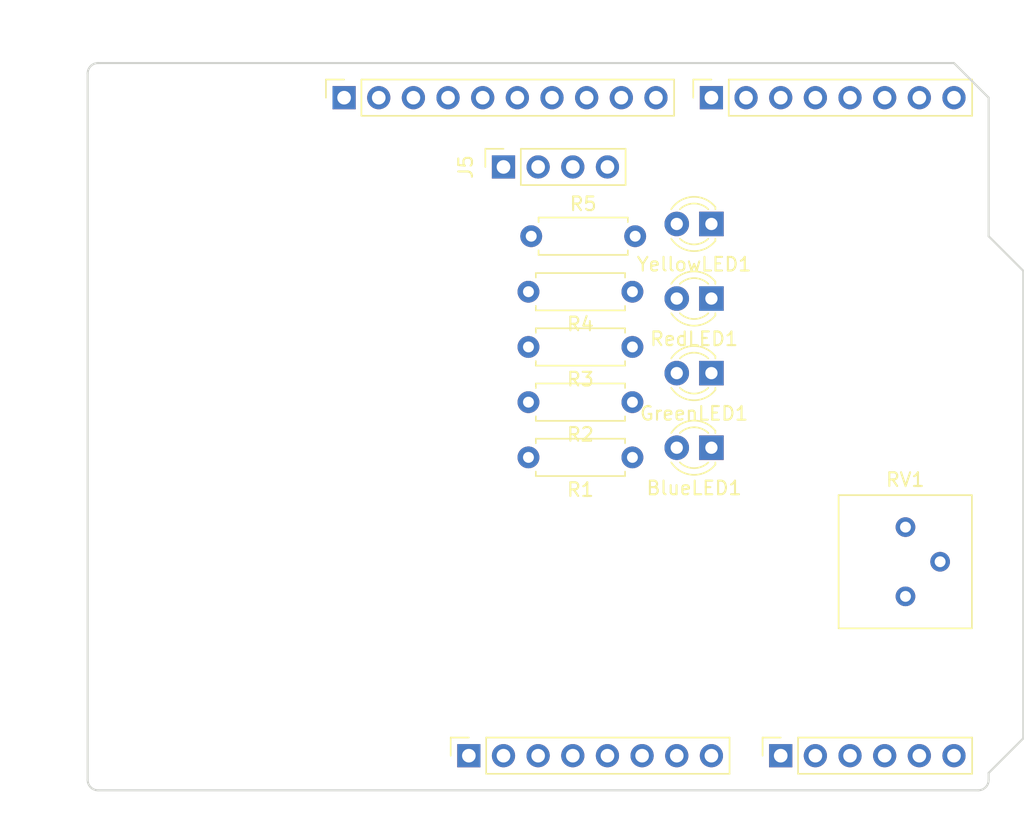
<source format=kicad_pcb>
(kicad_pcb (version 20240108) (generator "pcbnew") (generator_version "8.0")
  (title_block (date "mar. 31 mars 2015"))
  (layers (0 "F.Cu" signal) (31 "B.Cu" signal) (34 "B.Paste" user) (35 "F.Paste" user) (36 "B.SilkS" user "B.Silkscreen") (37 "F.SilkS" user "F.Silkscreen") (38 "B.Mask" user) (39 "F.Mask" user) (44 "Edge.Cuts" user))
  (net 0 "")
  (net 1 "GND")
  (net 3 "+5V")
  (net 4 "/IOREF")
  (net 5 "/A0")
  (net 6 "/A1")
  (net 7 "/A2")
  (net 8 "/A3")
  (net 9 "/SDA{slash}A4")
  (net 10 "/SCL{slash}A5")
  (net 11 "/13")
  (net 12 "/12")
  (net 13 "/AREF")
  (net 14 "/8")
  (net 15 "/7")
  (net 16 "/*11")
  (net 17 "/*10")
  (net 18 "/*9")
  (net 19 "/4")
  (net 20 "/2")
  (net 21 "/*6")
  (net 22 "/*5")
  (net 23 "/TX{slash}1")
  (net 24 "/*3")
  (net 25 "/RX{slash}0")
  (net 26 "+3V3")
  (net 27 "VCC")
  (net 28 "/~{RESET}")
  (net 29 "Net-(BlueLED1-A)")
  (net 30 "Net-(GreenLED1-A)")
  (net 31 "Net-(YellowLED1-A)")
  (net 32 "Net-(RedLED1-A)")
  (net 34 "/POT")
  (footprint "Connector_PinSocket_2.54mm:PinSocket_1x08_P2.54mm_Vertical" (layer "F.Cu") (at 127.94 97.46 90)
    (property "Reference" "J1" (hide yes))
    (property "Value" "Power")
    (fp_line (start 1.33 -1.33) (end 1.33 0) (stroke (width 0.12)) (layer "F.SilkS"))
    (fp_line (start 0 -1.33) (end 1.33 -1.33) (stroke (width 0.12)) (layer "F.SilkS"))
    (fp_line (start 1.33 1.27) (end 1.33 19.11) (stroke (width 0.12)) (layer "F.SilkS"))
    (fp_line (start -1.33 1.27) (end 1.33 1.27) (stroke (width 0.12)) (layer "F.SilkS"))
    (fp_line (start -1.33 1.27) (end -1.33 19.11) (stroke (width 0.12)) (layer "F.SilkS"))
    (fp_line (start -1.33 19.11) (end 1.33 19.11) (stroke (width 0.12)) (layer "F.SilkS"))
    (pad "1" thru_hole rect (at 0 0 90) (size 1.7 1.7) (drill 1) (layers "*.Cu" "*.Mask"))
    (pad "2" thru_hole oval (at 0 2.54 90) (size 1.7 1.7) (drill 1) (layers "*.Cu" "*.Mask") (net 4 "/IOREF"))
    (pad "3" thru_hole oval (at 0 5.08 90) (size 1.7 1.7) (drill 1) (layers "*.Cu" "*.Mask") (net 28 "/~{RESET}"))
    (pad "4" thru_hole oval (at 0 7.62 90) (size 1.7 1.7) (drill 1) (layers "*.Cu" "*.Mask") (net 26 "+3V3"))
    (pad "5" thru_hole oval (at 0 10.16 90) (size 1.7 1.7) (drill 1) (layers "*.Cu" "*.Mask") (net 3 "+5V"))
    (pad "6" thru_hole oval (at 0 12.7 90) (size 1.7 1.7) (drill 1) (layers "*.Cu" "*.Mask") (net 1 "GND"))
    (pad "7" thru_hole oval (at 0 15.24 90) (size 1.7 1.7) (drill 1) (layers "*.Cu" "*.Mask") (net 1 "GND"))
    (pad "8" thru_hole oval (at 0 17.78 90) (size 1.7 1.7) (drill 1) (layers "*.Cu" "*.Mask") (net 27 "VCC"))
  )
  (footprint "Connector_PinSocket_2.54mm:PinSocket_1x06_P2.54mm_Vertical" (layer "F.Cu") (at 150.8 97.46 90)
    (property "Reference" "J3" (hide yes))
    (property "Value" "Analog")
    (fp_line (start 1.33 -1.33) (end 1.33 0) (stroke (width 0.12)) (layer "F.SilkS"))
    (fp_line (start 0 -1.33) (end 1.33 -1.33) (stroke (width 0.12)) (layer "F.SilkS"))
    (fp_line (start 1.33 1.27) (end 1.33 14.03) (stroke (width 0.12)) (layer "F.SilkS"))
    (fp_line (start -1.33 1.27) (end 1.33 1.27) (stroke (width 0.12)) (layer "F.SilkS"))
    (fp_line (start -1.33 1.27) (end -1.33 14.03) (stroke (width 0.12)) (layer "F.SilkS"))
    (fp_line (start -1.33 14.03) (end 1.33 14.03) (stroke (width 0.12)) (layer "F.SilkS"))
    (pad "1" thru_hole rect (at 0 0 90) (size 1.7 1.7) (drill 1) (layers "*.Cu" "*.Mask") (net 5 "/A0"))
    (pad "2" thru_hole oval (at 0 2.54 90) (size 1.7 1.7) (drill 1) (layers "*.Cu" "*.Mask") (net 6 "/A1"))
    (pad "3" thru_hole oval (at 0 5.08 90) (size 1.7 1.7) (drill 1) (layers "*.Cu" "*.Mask") (net 7 "/A2"))
    (pad "4" thru_hole oval (at 0 7.62 90) (size 1.7 1.7) (drill 1) (layers "*.Cu" "*.Mask") (net 8 "/A3"))
    (pad "5" thru_hole oval (at 0 10.16 90) (size 1.7 1.7) (drill 1) (layers "*.Cu" "*.Mask") (net 9 "/SDA{slash}A4"))
    (pad "6" thru_hole oval (at 0 12.7 90) (size 1.7 1.7) (drill 1) (layers "*.Cu" "*.Mask") (net 10 "/SCL{slash}A5"))
  )
  (footprint "Connector_PinSocket_2.54mm:PinSocket_1x10_P2.54mm_Vertical" (layer "F.Cu") (at 118.796 49.2 90)
    (property "Reference" "J2" (hide yes))
    (property "Value" "Digital/PWM")
    (fp_line (start 1.33 -1.33) (end 1.33 0) (stroke (width 0.12)) (layer "F.SilkS"))
    (fp_line (start 0 -1.33) (end 1.33 -1.33) (stroke (width 0.12)) (layer "F.SilkS"))
    (fp_line (start 1.33 1.27) (end 1.33 24.19) (stroke (width 0.12)) (layer "F.SilkS"))
    (fp_line (start -1.33 1.27) (end 1.33 1.27) (stroke (width 0.12)) (layer "F.SilkS"))
    (fp_line (start -1.33 1.27) (end -1.33 24.19) (stroke (width 0.12)) (layer "F.SilkS"))
    (fp_line (start -1.33 24.19) (end 1.33 24.19) (stroke (width 0.12)) (layer "F.SilkS"))
    (pad "1" thru_hole rect (at 0 0 90) (size 1.7 1.7) (drill 1) (layers "*.Cu" "*.Mask") (net 10 "/SCL{slash}A5"))
    (pad "2" thru_hole oval (at 0 2.54 90) (size 1.7 1.7) (drill 1) (layers "*.Cu" "*.Mask") (net 9 "/SDA{slash}A4"))
    (pad "3" thru_hole oval (at 0 5.08 90) (size 1.7 1.7) (drill 1) (layers "*.Cu" "*.Mask") (net 13 "/AREF"))
    (pad "4" thru_hole oval (at 0 7.62 90) (size 1.7 1.7) (drill 1) (layers "*.Cu" "*.Mask") (net 1 "GND"))
    (pad "5" thru_hole oval (at 0 10.16 90) (size 1.7 1.7) (drill 1) (layers "*.Cu" "*.Mask") (net 11 "/13"))
    (pad "6" thru_hole oval (at 0 12.7 90) (size 1.7 1.7) (drill 1) (layers "*.Cu" "*.Mask") (net 12 "/12"))
    (pad "7" thru_hole oval (at 0 15.24 90) (size 1.7 1.7) (drill 1) (layers "*.Cu" "*.Mask") (net 16 "/*11"))
    (pad "8" thru_hole oval (at 0 17.78 90) (size 1.7 1.7) (drill 1) (layers "*.Cu" "*.Mask") (net 17 "/*10"))
    (pad "9" thru_hole oval (at 0 20.32 90) (size 1.7 1.7) (drill 1) (layers "*.Cu" "*.Mask") (net 18 "/*9"))
    (pad "10" thru_hole oval (at 0 22.86 90) (size 1.7 1.7) (drill 1) (layers "*.Cu" "*.Mask") (net 14 "/8"))
  )
  (footprint "Connector_PinSocket_2.54mm:PinSocket_1x08_P2.54mm_Vertical" (layer "F.Cu") (at 145.72 49.2 90)
    (property "Reference" "J4" (hide yes))
    (property "Value" "Digital/PWM")
    (fp_line (start 1.33 -1.33) (end 1.33 0) (stroke (width 0.12)) (layer "F.SilkS"))
    (fp_line (start 0 -1.33) (end 1.33 -1.33) (stroke (width 0.12)) (layer "F.SilkS"))
    (fp_line (start 1.33 1.27) (end 1.33 19.11) (stroke (width 0.12)) (layer "F.SilkS"))
    (fp_line (start -1.33 1.27) (end 1.33 1.27) (stroke (width 0.12)) (layer "F.SilkS"))
    (fp_line (start -1.33 1.27) (end -1.33 19.11) (stroke (width 0.12)) (layer "F.SilkS"))
    (fp_line (start -1.33 19.11) (end 1.33 19.11) (stroke (width 0.12)) (layer "F.SilkS"))
    (pad "1" thru_hole rect (at 0 0 90) (size 1.7 1.7) (drill 1) (layers "*.Cu" "*.Mask") (net 15 "/7"))
    (pad "2" thru_hole oval (at 0 2.54 90) (size 1.7 1.7) (drill 1) (layers "*.Cu" "*.Mask") (net 21 "/*6"))
    (pad "3" thru_hole oval (at 0 5.08 90) (size 1.7 1.7) (drill 1) (layers "*.Cu" "*.Mask") (net 22 "/*5"))
    (pad "4" thru_hole oval (at 0 7.62 90) (size 1.7 1.7) (drill 1) (layers "*.Cu" "*.Mask") (net 19 "/4"))
    (pad "5" thru_hole oval (at 0 10.16 90) (size 1.7 1.7) (drill 1) (layers "*.Cu" "*.Mask") (net 24 "/*3"))
    (pad "6" thru_hole oval (at 0 12.7 90) (size 1.7 1.7) (drill 1) (layers "*.Cu" "*.Mask") (net 20 "/2"))
    (pad "7" thru_hole oval (at 0 15.24 90) (size 1.7 1.7) (drill 1) (layers "*.Cu" "*.Mask") (net 23 "/TX{slash}1"))
    (pad "8" thru_hole oval (at 0 17.78 90) (size 1.7 1.7) (drill 1) (layers "*.Cu" "*.Mask") (net 25 "/RX{slash}0"))
  )
  (footprint "Potentiometer_THT:Potentiometer_Bourns_3386P_Vertical" (layer "F.Cu") (at 159.944 85.776)
    (property "Reference" "RV1" (at -0.015 -8.555 0) (layer "F.SilkS"))
    (property "Value" "R_Potentiometer")
    (fp_line (start -4.9 -7.425) (end -4.9 2.345) (stroke (width 0.12)) (layer "F.SilkS"))
    (fp_line (start -4.9 -7.425) (end 4.87 -7.425) (stroke (width 0.12)) (layer "F.SilkS"))
    (fp_line (start -4.9 2.345) (end 4.87 2.345) (stroke (width 0.12)) (layer "F.SilkS"))
    (fp_line (start 4.87 -7.425) (end 4.87 2.345) (stroke (width 0.12)) (layer "F.SilkS"))
    (pad "1" thru_hole circle (at 0 0) (size 1.44 1.44) (drill 0.8) (layers "*.Cu" "*.Mask") (net 3 "+5V"))
    (pad "2" thru_hole circle (at 2.54 -2.54) (size 1.44 1.44) (drill 0.8) (layers "*.Cu" "*.Mask") (net 34 "/POT"))
    (pad "3" thru_hole circle (at 0 -5.08) (size 1.44 1.44) (drill 0.8) (layers "*.Cu" "*.Mask") (net 1 "GND"))
  )
  (footprint "Resistor_THT:R_Axial_DIN0207_L6.3mm_D2.5mm_P7.62mm_Horizontal" (layer "F.Cu") (at 139.93 71.532 180)
    (property "Reference" "R2" (at 3.81 -2.37 360) (layer "F.SilkS"))
    (property "Value" "330")
    (fp_line (start 7.08 1.37) (end 7.08 1.04) (stroke (width 0.12)) (layer "F.SilkS"))
    (fp_line (start 7.08 -1.37) (end 7.08 -1.04) (stroke (width 0.12)) (layer "F.SilkS"))
    (fp_line (start 0.54 1.37) (end 7.08 1.37) (stroke (width 0.12)) (layer "F.SilkS"))
    (fp_line (start 0.54 1.04) (end 0.54 1.37) (stroke (width 0.12)) (layer "F.SilkS"))
    (fp_line (start 0.54 -1.04) (end 0.54 -1.37) (stroke (width 0.12)) (layer "F.SilkS"))
    (fp_line (start 0.54 -1.37) (end 7.08 -1.37) (stroke (width 0.12)) (layer "F.SilkS"))
    (pad "1" thru_hole circle (at 0 0 180) (size 1.6 1.6) (drill 0.8) (layers "*.Cu" "*.Mask") (net 32 "Net-(RedLED1-A)"))
    (pad "2" thru_hole oval (at 7.62 0 180) (size 1.6 1.6) (drill 0.8) (layers "*.Cu" "*.Mask") (net 15 "/7"))
  )
  (footprint "LED_THT:LED_D3.0mm" (layer "F.Cu") (at 145.72 63.932 180)
    (property "Reference" "RedLED1" (at 1.27 -2.96 360) (layer "F.SilkS"))
    (property "Value" "LED")
    (fp_line (start -0.29 1.08) (end -0.29 1.236) (stroke (width 0.12)) (layer "F.SilkS"))
    (fp_line (start -0.29 -1.236) (end -0.29 -1.08) (stroke (width 0.12)) (layer "F.SilkS"))
    (fp_arc (start 2.941397 1.080061) (mid 1.365624 1.987701) (end -0.29 1.235516) (stroke (width 0.12)) (layer "F.SilkS"))
    (fp_arc (start 2.31091 1.080049) (mid 1.269965 1.5) (end 0.229039 1.08) (stroke (width 0.12)) (layer "F.SilkS"))
    (fp_arc (start 0.229039 -1.08) (mid 1.269965 -1.5) (end 2.31091 -1.080049) (stroke (width 0.12)) (layer "F.SilkS"))
    (fp_arc (start -0.29 -1.235516) (mid 1.365624 -1.987701) (end 2.941397 -1.080061) (stroke (width 0.12)) (layer "F.SilkS"))
    (pad "1" thru_hole rect (at 0 0 180) (size 1.8 1.8) (drill 0.9) (layers "*.Cu" "*.Mask") (net 1 "GND"))
    (pad "2" thru_hole circle (at 2.54 0 180) (size 1.8 1.8) (drill 0.9) (layers "*.Cu" "*.Mask") (net 32 "Net-(RedLED1-A)"))
  )
  (footprint "Resistor_THT:R_Axial_DIN0207_L6.3mm_D2.5mm_P7.62mm_Horizontal" (layer "F.Cu") (at 139.93 75.582 180)
    (property "Reference" "R1" (at 3.81 -2.37 360) (layer "F.SilkS"))
    (property "Value" "330")
    (fp_line (start 7.08 1.37) (end 7.08 1.04) (stroke (width 0.12)) (layer "F.SilkS"))
    (fp_line (start 7.08 -1.37) (end 7.08 -1.04) (stroke (width 0.12)) (layer "F.SilkS"))
    (fp_line (start 0.54 1.37) (end 7.08 1.37) (stroke (width 0.12)) (layer "F.SilkS"))
    (fp_line (start 0.54 1.04) (end 0.54 1.37) (stroke (width 0.12)) (layer "F.SilkS"))
    (fp_line (start 0.54 -1.04) (end 0.54 -1.37) (stroke (width 0.12)) (layer "F.SilkS"))
    (fp_line (start 0.54 -1.37) (end 7.08 -1.37) (stroke (width 0.12)) (layer "F.SilkS"))
    (pad "1" thru_hole circle (at 0 0 180) (size 1.6 1.6) (drill 0.8) (layers "*.Cu" "*.Mask") (net 31 "Net-(YellowLED1-A)"))
    (pad "2" thru_hole oval (at 7.62 0 180) (size 1.6 1.6) (drill 0.8) (layers "*.Cu" "*.Mask") (net 18 "/*9"))
  )
  (footprint "Arduino_MountingHole:MountingHole_3.2mm" (layer "F.Cu") (at 115.24 49.2)
    (property "Reference" "MH1" (hide yes))
    (property "Value" "MountingHole_3.2mm" (hide yes))
    (pad "" np_thru_hole circle (at 0 0) (size 3.2 3.2) (drill 3.2) (layers "*.Cu" "*.Mask"))
  )
  (footprint "LED_THT:LED_D3.0mm" (layer "F.Cu") (at 145.72 69.402 180)
    (property "Reference" "GreenLED1" (at 1.27 -2.96 360) (layer "F.SilkS"))
    (property "Value" "LED")
    (fp_line (start -0.29 1.08) (end -0.29 1.236) (stroke (width 0.12)) (layer "F.SilkS"))
    (fp_line (start -0.29 -1.236) (end -0.29 -1.08) (stroke (width 0.12)) (layer "F.SilkS"))
    (fp_arc (start 2.941397 1.080061) (mid 1.365624 1.987701) (end -0.29 1.235516) (stroke (width 0.12)) (layer "F.SilkS"))
    (fp_arc (start 2.31091 1.080049) (mid 1.269965 1.5) (end 0.229039 1.08) (stroke (width 0.12)) (layer "F.SilkS"))
    (fp_arc (start 0.229039 -1.08) (mid 1.269965 -1.5) (end 2.31091 -1.080049) (stroke (width 0.12)) (layer "F.SilkS"))
    (fp_arc (start -0.29 -1.235516) (mid 1.365624 -1.987701) (end 2.941397 -1.080061) (stroke (width 0.12)) (layer "F.SilkS"))
    (pad "1" thru_hole rect (at 0 0 180) (size 1.8 1.8) (drill 0.9) (layers "*.Cu" "*.Mask") (net 1 "GND"))
    (pad "2" thru_hole circle (at 2.54 0 180) (size 1.8 1.8) (drill 0.9) (layers "*.Cu" "*.Mask") (net 30 "Net-(GreenLED1-A)"))
  )
  (footprint "Resistor_THT:R_Axial_DIN0207_L6.3mm_D2.5mm_P7.62mm_Horizontal" (layer "F.Cu") (at 132.512 59.36)
    (property "Reference" "R5" (at 3.81 -2.37 0) (layer "F.SilkS"))
    (property "Value" "10k")
    (fp_line (start 0.54 -1.37) (end 7.08 -1.37) (stroke (width 0.12)) (layer "F.SilkS"))
    (fp_line (start 0.54 -1.04) (end 0.54 -1.37) (stroke (width 0.12)) (layer "F.SilkS"))
    (fp_line (start 0.54 1.04) (end 0.54 1.37) (stroke (width 0.12)) (layer "F.SilkS"))
    (fp_line (start 0.54 1.37) (end 7.08 1.37) (stroke (width 0.12)) (layer "F.SilkS"))
    (fp_line (start 7.08 -1.37) (end 7.08 -1.04) (stroke (width 0.12)) (layer "F.SilkS"))
    (fp_line (start 7.08 1.37) (end 7.08 1.04) (stroke (width 0.12)) (layer "F.SilkS"))
    (pad "1" thru_hole circle (at 0 0) (size 1.6 1.6) (drill 0.8) (layers "*.Cu" "*.Mask") (net 3 "+5V"))
    (pad "2" thru_hole oval (at 7.62 0) (size 1.6 1.6) (drill 0.8) (layers "*.Cu" "*.Mask") (net 5 "/A0"))
  )
  (footprint "Resistor_THT:R_Axial_DIN0207_L6.3mm_D2.5mm_P7.62mm_Horizontal" (layer "F.Cu") (at 139.93 63.432 180)
    (property "Reference" "R4" (at 3.81 -2.37 360) (layer "F.SilkS"))
    (property "Value" "330")
    (fp_line (start 7.08 1.37) (end 7.08 1.04) (stroke (width 0.12)) (layer "F.SilkS"))
    (fp_line (start 7.08 -1.37) (end 7.08 -1.04) (stroke (width 0.12)) (layer "F.SilkS"))
    (fp_line (start 0.54 1.37) (end 7.08 1.37) (stroke (width 0.12)) (layer "F.SilkS"))
    (fp_line (start 0.54 1.04) (end 0.54 1.37) (stroke (width 0.12)) (layer "F.SilkS"))
    (fp_line (start 0.54 -1.04) (end 0.54 -1.37) (stroke (width 0.12)) (layer "F.SilkS"))
    (fp_line (start 0.54 -1.37) (end 7.08 -1.37) (stroke (width 0.12)) (layer "F.SilkS"))
    (pad "1" thru_hole circle (at 0 0 180) (size 1.6 1.6) (drill 0.8) (layers "*.Cu" "*.Mask") (net 30 "Net-(GreenLED1-A)"))
    (pad "2" thru_hole oval (at 7.62 0 180) (size 1.6 1.6) (drill 0.8) (layers "*.Cu" "*.Mask") (net 22 "/*5"))
  )
  (footprint "Resistor_THT:R_Axial_DIN0207_L6.3mm_D2.5mm_P7.62mm_Horizontal" (layer "F.Cu") (at 139.93 67.482 180)
    (property "Reference" "R3" (at 3.81 -2.37 360) (layer "F.SilkS"))
    (property "Value" "330")
    (fp_line (start 7.08 1.37) (end 7.08 1.04) (stroke (width 0.12)) (layer "F.SilkS"))
    (fp_line (start 7.08 -1.37) (end 7.08 -1.04) (stroke (width 0.12)) (layer "F.SilkS"))
    (fp_line (start 0.54 1.37) (end 7.08 1.37) (stroke (width 0.12)) (layer "F.SilkS"))
    (fp_line (start 0.54 1.04) (end 0.54 1.37) (stroke (width 0.12)) (layer "F.SilkS"))
    (fp_line (start 0.54 -1.04) (end 0.54 -1.37) (stroke (width 0.12)) (layer "F.SilkS"))
    (fp_line (start 0.54 -1.37) (end 7.08 -1.37) (stroke (width 0.12)) (layer "F.SilkS"))
    (pad "1" thru_hole circle (at 0 0 180) (size 1.6 1.6) (drill 0.8) (layers "*.Cu" "*.Mask") (net 29 "Net-(BlueLED1-A)"))
    (pad "2" thru_hole oval (at 7.62 0 180) (size 1.6 1.6) (drill 0.8) (layers "*.Cu" "*.Mask") (net 21 "/*6"))
  )
  (footprint "LED_THT:LED_D3.0mm" (layer "F.Cu") (at 145.72 74.872 180)
    (property "Reference" "BlueLED1" (at 1.27 -2.96 360) (layer "F.SilkS"))
    (property "Value" "LED")
    (fp_line (start -0.29 1.08) (end -0.29 1.236) (stroke (width 0.12)) (layer "F.SilkS"))
    (fp_line (start -0.29 -1.236) (end -0.29 -1.08) (stroke (width 0.12)) (layer "F.SilkS"))
    (fp_arc (start 2.941397 1.080061) (mid 1.365624 1.987701) (end -0.29 1.235516) (stroke (width 0.12)) (layer "F.SilkS"))
    (fp_arc (start 2.31091 1.080049) (mid 1.269965 1.5) (end 0.229039 1.08) (stroke (width 0.12)) (layer "F.SilkS"))
    (fp_arc (start 0.229039 -1.08) (mid 1.269965 -1.5) (end 2.31091 -1.080049) (stroke (width 0.12)) (layer "F.SilkS"))
    (fp_arc (start -0.29 -1.235516) (mid 1.365624 -1.987701) (end 2.941397 -1.080061) (stroke (width 0.12)) (layer "F.SilkS"))
    (pad "1" thru_hole rect (at 0 0 180) (size 1.8 1.8) (drill 0.9) (layers "*.Cu" "*.Mask") (net 1 "GND"))
    (pad "2" thru_hole circle (at 2.54 0 180) (size 1.8 1.8) (drill 0.9) (layers "*.Cu" "*.Mask") (net 29 "Net-(BlueLED1-A)"))
  )
  (footprint "Connector_PinSocket_2.54mm:PinSocket_1x04_P2.54mm_Vertical" (layer "F.Cu") (at 130.48 54.28 90)
    (property "Reference" "J5" (at 0 -2.77 90) (layer "F.SilkS"))
    (property "Value" "Temperature + Humidity Sensor")
    (fp_line (start 1.33 -1.33) (end 1.33 0) (stroke (width 0.12)) (layer "F.SilkS"))
    (fp_line (start 0 -1.33) (end 1.33 -1.33) (stroke (width 0.12)) (layer "F.SilkS"))
    (fp_line (start 1.33 1.27) (end 1.33 8.95) (stroke (width 0.12)) (layer "F.SilkS"))
    (fp_line (start -1.33 1.27) (end 1.33 1.27) (stroke (width 0.12)) (layer "F.SilkS"))
    (fp_line (start -1.33 1.27) (end -1.33 8.95) (stroke (width 0.12)) (layer "F.SilkS"))
    (fp_line (start -1.33 8.95) (end 1.33 8.95) (stroke (width 0.12)) (layer "F.SilkS"))
    (pad "1" thru_hole rect (at 0 0 90) (size 1.7 1.7) (drill 1) (layers "*.Cu" "*.Mask") (net 3 "+5V"))
    (pad "2" thru_hole oval (at 0 2.54 90) (size 1.7 1.7) (drill 1) (layers "*.Cu" "*.Mask") (net 5 "/A0"))
    (pad "3" thru_hole oval (at 0 5.08 90) (size 1.7 1.7) (drill 1) (layers "*.Cu" "*.Mask"))
    (pad "4" thru_hole oval (at 0 7.62 90) (size 1.7 1.7) (drill 1) (layers "*.Cu" "*.Mask") (net 1 "GND"))
  )
  (footprint "LED_THT:LED_D3.0mm" (layer "F.Cu") (at 145.72 58.462 180)
    (property "Reference" "YellowLED1" (at 1.27 -2.96 360) (layer "F.SilkS"))
    (property "Value" "LED")
    (fp_line (start -0.29 1.08) (end -0.29 1.236) (stroke (width 0.12)) (layer "F.SilkS"))
    (fp_line (start -0.29 -1.236) (end -0.29 -1.08) (stroke (width 0.12)) (layer "F.SilkS"))
    (fp_arc (start 2.941397 1.080061) (mid 1.365624 1.987701) (end -0.29 1.235516) (stroke (width 0.12)) (layer "F.SilkS"))
    (fp_arc (start 2.31091 1.080049) (mid 1.269965 1.5) (end 0.229039 1.08) (stroke (width 0.12)) (layer "F.SilkS"))
    (fp_arc (start 0.229039 -1.08) (mid 1.269965 -1.5) (end 2.31091 -1.080049) (stroke (width 0.12)) (layer "F.SilkS"))
    (fp_arc (start -0.29 -1.235516) (mid 1.365624 -1.987701) (end 2.941397 -1.080061) (stroke (width 0.12)) (layer "F.SilkS"))
    (pad "1" thru_hole rect (at 0 0 180) (size 1.8 1.8) (drill 0.9) (layers "*.Cu" "*.Mask") (net 1 "GND"))
    (pad "2" thru_hole circle (at 2.54 0 180) (size 1.8 1.8) (drill 0.9) (layers "*.Cu" "*.Mask") (net 31 "Net-(YellowLED1-A)"))
  )
  (footprint "Arduino_MountingHole:MountingHole_3.2mm" (layer "F.Cu") (at 113.97 97.46)
    (property "Reference" "MH2" (hide yes))
    (property "Value" "MountingHole_3.2mm" (hide yes))
    (pad "" np_thru_hole circle (at 0 0) (size 3.2 3.2) (drill 3.2) (layers "*.Cu" "*.Mask"))
  )
  (footprint "Arduino_MountingHole:MountingHole_3.2mm" (layer "F.Cu") (at 166.04 64.44)
    (property "Reference" "MH3" (hide yes))
    (property "Value" "MountingHole_3.2mm" (hide yes))
    (pad "" np_thru_hole circle (at 0 0) (size 3.2 3.2) (drill 3.2) (layers "*.Cu" "*.Mask"))
  )
  (footprint "Arduino_MountingHole:MountingHole_3.2mm" (layer "F.Cu") (at 166.04 92.38)
    (property "Reference" "MH4" (hide yes))
    (property "Value" "MountingHole_3.2mm" (hide yes))
    (pad "" np_thru_hole circle (at 0 0) (size 3.2 3.2) (drill 3.2) (layers "*.Cu" "*.Mask"))
  )
  (gr_line (start 166.04 59.36) (end 168.58 61.9) (stroke (width 0.15)) (layer "Edge.Cuts"))
  (gr_line (start 100 99.238) (end 100 47.422) (stroke (width 0.15)) (layer "Edge.Cuts"))
  (gr_line (start 168.58 61.9) (end 168.58 96.19) (stroke (width 0.15)) (layer "Edge.Cuts"))
  (gr_line (start 165.278 100) (end 100.762 100) (stroke (width 0.15)) (layer "Edge.Cuts"))
  (gr_line (start 100.762 46.66) (end 163.5 46.66) (stroke (width 0.15)) (layer "Edge.Cuts"))
  (gr_arc (start 100.762 100) (mid 100.223185 99.776815) (end 100 99.238) (stroke (width 0.15)) (layer "Edge.Cuts"))
  (gr_line (start 168.58 96.19) (end 166.04 98.73) (stroke (width 0.15)) (layer "Edge.Cuts"))
  (gr_line (start 163.5 46.66) (end 166.04 49.2) (stroke (width 0.15)) (layer "Edge.Cuts"))
  (gr_arc (start 166.04 99.238) (mid 165.816815 99.776815) (end 165.278 100) (stroke (width 0.15)) (layer "Edge.Cuts"))
  (gr_line (start 166.04 49.2) (end 166.04 59.36) (stroke (width 0.15)) (layer "Edge.Cuts"))
  (gr_line (start 166.04 98.73) (end 166.04 99.238) (stroke (width 0.15)) (layer "Edge.Cuts"))
  (gr_arc (start 100 47.422) (mid 100.223185 46.883185) (end 100.762 46.66) (stroke (width 0.15)) (layer "Edge.Cuts"))
)
</source>
